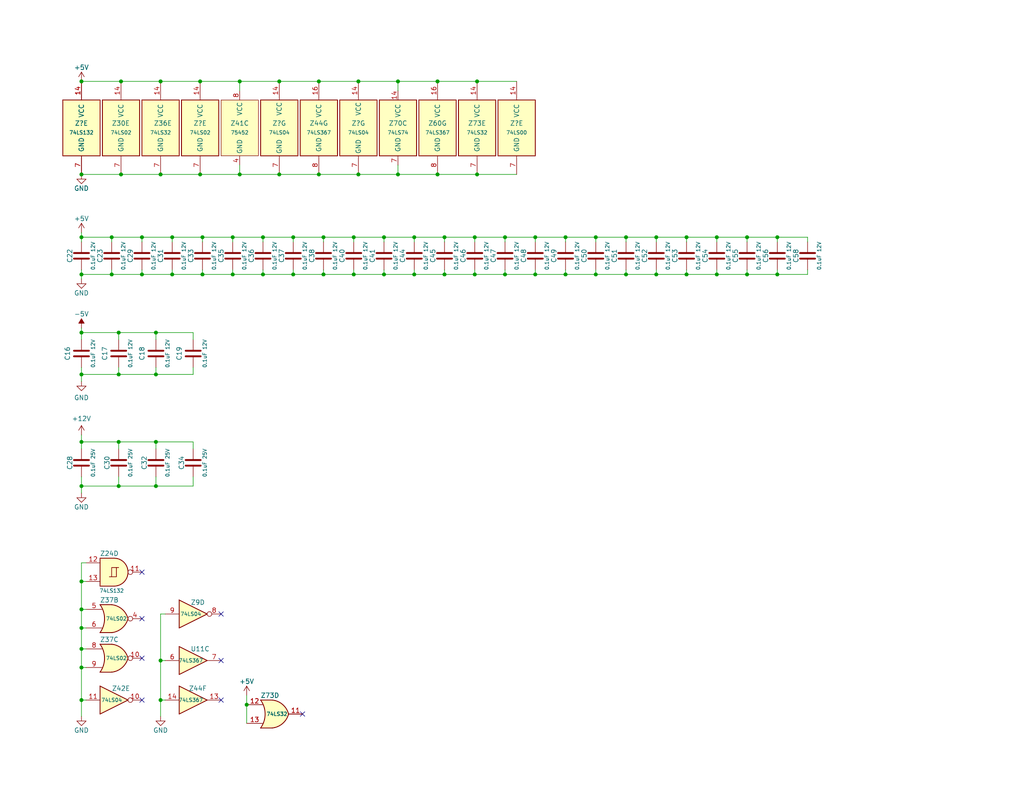
<source format=kicad_sch>
(kicad_sch (version 20230121) (generator eeschema)
  (paper "USLetter")
  (title_block (title "TRS-80 Model I G") (date "2023-10-24") (rev "E1B") (company "RetroStack - Marcel Erz") (comment 2 "Main Units, Capacitors, and unused units") (comment 4 "Capacitors & Others"))
  (lib_symbols
    (symbol "74xx:74LS00" (pin_names (offset 1.016))
      (property "Reference" "U" (at 0 1.27 0))
      (property "Value" "74LS00" (at 0 -1.27 0))
      (symbol "74LS00_1_1"
        (pin input line (at -7.62 2.54 0) (length 3.81) (name "~") (number "1"))
        (pin input line (at -7.62 -2.54 0) (length 3.81) (name "~") (number "2"))
        (pin output inverted (at 7.62 0 180) (length 3.81) (name "~") (number "3"))
      )
      (symbol "74LS00_1_2"
        (pin input inverted (at -7.62 2.54 0) (length 4.318) (name "~") (number "1"))
        (pin input inverted (at -7.62 -2.54 0) (length 4.318) (name "~") (number "2"))
        (pin output line (at 7.62 0 180) (length 3.81) (name "~") (number "3"))
      )
      (symbol "74LS00_2_1"
        (pin input line (at -7.62 2.54 0) (length 3.81) (name "~") (number "4"))
        (pin input line (at -7.62 -2.54 0) (length 3.81) (name "~") (number "5"))
        (pin output inverted (at 7.62 0 180) (length 3.81) (name "~") (number "6"))
      )
      (symbol "74LS00_2_2"
        (pin input inverted (at -7.62 2.54 0) (length 4.318) (name "~") (number "4"))
        (pin input inverted (at -7.62 -2.54 0) (length 4.318) (name "~") (number "5"))
        (pin output line (at 7.62 0 180) (length 3.81) (name "~") (number "6"))
      )
      (symbol "74LS00_3_1"
        (pin input line (at -7.62 -2.54 0) (length 3.81) (name "~") (number "10"))
        (pin output inverted (at 7.62 0 180) (length 3.81) (name "~") (number "8"))
        (pin input line (at -7.62 2.54 0) (length 3.81) (name "~") (number "9"))
      )
      (symbol "74LS00_3_2"
        (pin input inverted (at -7.62 -2.54 0) (length 4.318) (name "~") (number "10"))
        (pin output line (at 7.62 0 180) (length 3.81) (name "~") (number "8"))
        (pin input inverted (at -7.62 2.54 0) (length 4.318) (name "~") (number "9"))
      )
      (symbol "74LS00_4_1"
        (pin output inverted (at 7.62 0 180) (length 3.81) (name "~") (number "11"))
        (pin input line (at -7.62 2.54 0) (length 3.81) (name "~") (number "12"))
        (pin input line (at -7.62 -2.54 0) (length 3.81) (name "~") (number "13"))
      )
      (symbol "74LS00_4_2"
        (pin output line (at 7.62 0 180) (length 3.81) (name "~") (number "11"))
        (pin input inverted (at -7.62 2.54 0) (length 4.318) (name "~") (number "12"))
        (pin input inverted (at -7.62 -2.54 0) (length 4.318) (name "~") (number "13"))
      )
      (symbol "74LS00_5_0"
        (pin power_in line (at 0 12.7 270) (length 5.08) (name "VCC") (number "14"))
        (pin power_in line (at 0 -12.7 90) (length 5.08) (name "GND") (number "7"))
      )
    )
    (symbol "74xx:74LS02" (pin_names (offset 1.016))
      (property "Reference" "U" (at 0 1.27 0))
      (property "Value" "74LS02" (at 0 -1.27 0))
      (symbol "74LS02_1_1"
        (pin output inverted (at 7.62 0 180) (length 3.81) (name "~") (number "1"))
        (pin input line (at -7.62 2.54 0) (length 4.318) (name "~") (number "2"))
        (pin input line (at -7.62 -2.54 0) (length 4.318) (name "~") (number "3"))
      )
      (symbol "74LS02_1_2"
        (pin output line (at 7.62 0 180) (length 3.81) (name "~") (number "1"))
        (pin input inverted (at -7.62 2.54 0) (length 3.81) (name "~") (number "2"))
        (pin input inverted (at -7.62 -2.54 0) (length 3.81) (name "~") (number "3"))
      )
      (symbol "74LS02_2_1"
        (pin output inverted (at 7.62 0 180) (length 3.81) (name "~") (number "4"))
        (pin input line (at -7.62 2.54 0) (length 4.318) (name "~") (number "5"))
        (pin input line (at -7.62 -2.54 0) (length 4.318) (name "~") (number "6"))
      )
      (symbol "74LS02_2_2"
        (pin output line (at 7.62 0 180) (length 3.81) (name "~") (number "4"))
        (pin input inverted (at -7.62 2.54 0) (length 3.81) (name "~") (number "5"))
        (pin input inverted (at -7.62 -2.54 0) (length 3.81) (name "~") (number "6"))
      )
      (symbol "74LS02_3_1"
        (pin output inverted (at 7.62 0 180) (length 3.81) (name "~") (number "10"))
        (pin input line (at -7.62 2.54 0) (length 4.318) (name "~") (number "8"))
        (pin input line (at -7.62 -2.54 0) (length 4.318) (name "~") (number "9"))
      )
      (symbol "74LS02_3_2"
        (pin output line (at 7.62 0 180) (length 3.81) (name "~") (number "10"))
        (pin input inverted (at -7.62 2.54 0) (length 3.81) (name "~") (number "8"))
        (pin input inverted (at -7.62 -2.54 0) (length 3.81) (name "~") (number "9"))
      )
      (symbol "74LS02_4_1"
        (pin input line (at -7.62 2.54 0) (length 4.318) (name "~") (number "11"))
        (pin input line (at -7.62 -2.54 0) (length 4.318) (name "~") (number "12"))
        (pin output inverted (at 7.62 0 180) (length 3.81) (name "~") (number "13"))
      )
      (symbol "74LS02_4_2"
        (pin input inverted (at -7.62 2.54 0) (length 3.81) (name "~") (number "11"))
        (pin input inverted (at -7.62 -2.54 0) (length 3.81) (name "~") (number "12"))
        (pin output line (at 7.62 0 180) (length 3.81) (name "~") (number "13"))
      )
      (symbol "74LS02_5_0"
        (pin power_in line (at 0 12.7 270) (length 5.08) (name "VCC") (number "14"))
        (pin power_in line (at 0 -12.7 90) (length 5.08) (name "GND") (number "7"))
      )
    )
    (symbol "74xx:74LS04"
      (property "Reference" "U" (at 0 1.27 0))
      (property "Value" "74LS04" (at 0 -1.27 0))
      (symbol "74LS04_1_0"
        (pin input line (at -7.62 0 0) (length 3.81) (name "~") (number "1"))
        (pin output inverted (at 7.62 0 180) (length 3.81) (name "~") (number "2"))
      )
      (symbol "74LS04_2_0"
        (pin input line (at -7.62 0 0) (length 3.81) (name "~") (number "3"))
        (pin output inverted (at 7.62 0 180) (length 3.81) (name "~") (number "4"))
      )
      (symbol "74LS04_3_0"
        (pin input line (at -7.62 0 0) (length 3.81) (name "~") (number "5"))
        (pin output inverted (at 7.62 0 180) (length 3.81) (name "~") (number "6"))
      )
      (symbol "74LS04_4_0"
        (pin output inverted (at 7.62 0 180) (length 3.81) (name "~") (number "8"))
        (pin input line (at -7.62 0 0) (length 3.81) (name "~") (number "9"))
      )
      (symbol "74LS04_5_0"
        (pin output inverted (at 7.62 0 180) (length 3.81) (name "~") (number "10"))
        (pin input line (at -7.62 0 0) (length 3.81) (name "~") (number "11"))
      )
      (symbol "74LS04_6_0"
        (pin output inverted (at 7.62 0 180) (length 3.81) (name "~") (number "12"))
        (pin input line (at -7.62 0 0) (length 3.81) (name "~") (number "13"))
      )
      (symbol "74LS04_7_0"
        (pin power_in line (at 0 12.7 270) (length 5.08) (name "VCC") (number "14"))
        (pin power_in line (at 0 -12.7 90) (length 5.08) (name "GND") (number "7"))
      )
    )
    (symbol "74xx:74LS132" (pin_names (offset 1.016))
      (property "Reference" "U" (at 0 1.27 0))
      (property "Value" "74LS132" (at 0 -1.27 0))
      (symbol "74LS132_1_1"
        (pin input line (at -7.62 2.54 0) (length 3.81) (name "~") (number "1"))
        (pin input line (at -7.62 -2.54 0) (length 3.81) (name "~") (number "2"))
        (pin output inverted (at 7.62 0 180) (length 3.81) (name "~") (number "3"))
      )
      (symbol "74LS132_1_2"
        (pin input inverted (at -7.62 2.54 0) (length 4.318) (name "~") (number "1"))
        (pin input inverted (at -7.62 -2.54 0) (length 4.318) (name "~") (number "2"))
        (pin output line (at 7.62 0 180) (length 3.81) (name "~") (number "3"))
      )
      (symbol "74LS132_2_1"
        (pin input line (at -7.62 2.54 0) (length 3.81) (name "~") (number "4"))
        (pin input line (at -7.62 -2.54 0) (length 3.81) (name "~") (number "5"))
        (pin output inverted (at 7.62 0 180) (length 3.81) (name "~") (number "6"))
      )
      (symbol "74LS132_2_2"
        (pin input inverted (at -7.62 2.54 0) (length 4.318) (name "~") (number "4"))
        (pin input inverted (at -7.62 -2.54 0) (length 4.318) (name "~") (number "5"))
        (pin output line (at 7.62 0 180) (length 3.81) (name "~") (number "6"))
      )
      (symbol "74LS132_3_1"
        (pin input line (at -7.62 -2.54 0) (length 3.81) (name "~") (number "10"))
        (pin output inverted (at 7.62 0 180) (length 3.81) (name "~") (number "8"))
        (pin input line (at -7.62 2.54 0) (length 3.81) (name "~") (number "9"))
      )
      (symbol "74LS132_3_2"
        (pin input inverted (at -7.62 -2.54 0) (length 4.318) (name "~") (number "10"))
        (pin output line (at 7.62 0 180) (length 3.81) (name "~") (number "8"))
        (pin input inverted (at -7.62 2.54 0) (length 4.318) (name "~") (number "9"))
      )
      (symbol "74LS132_4_1"
        (pin output inverted (at 7.62 0 180) (length 3.81) (name "~") (number "11"))
        (pin input line (at -7.62 2.54 0) (length 3.81) (name "~") (number "12"))
        (pin input line (at -7.62 -2.54 0) (length 3.81) (name "~") (number "13"))
      )
      (symbol "74LS132_4_2"
        (pin output line (at 7.62 0 180) (length 3.81) (name "~") (number "11"))
        (pin input inverted (at -7.62 2.54 0) (length 4.318) (name "~") (number "12"))
        (pin input inverted (at -7.62 -2.54 0) (length 4.318) (name "~") (number "13"))
      )
      (symbol "74LS132_5_0"
        (pin power_in line (at 0 12.7 270) (length 5.08) (name "VCC") (number "14"))
        (pin power_in line (at 0 -12.7 90) (length 5.08) (name "GND") (number "7"))
      )
    )
    (symbol "74xx:74LS32" (pin_names (offset 1.016))
      (property "Reference" "U" (at 0 1.27 0))
      (property "Value" "74LS32" (at 0 -1.27 0))
      (symbol "74LS32_1_1"
        (pin input line (at -7.62 2.54 0) (length 4.318) (name "~") (number "1"))
        (pin input line (at -7.62 -2.54 0) (length 4.318) (name "~") (number "2"))
        (pin output line (at 7.62 0 180) (length 3.81) (name "~") (number "3"))
      )
      (symbol "74LS32_1_2"
        (pin input inverted (at -7.62 2.54 0) (length 3.81) (name "~") (number "1"))
        (pin input inverted (at -7.62 -2.54 0) (length 3.81) (name "~") (number "2"))
        (pin output inverted (at 7.62 0 180) (length 3.81) (name "~") (number "3"))
      )
      (symbol "74LS32_2_1"
        (pin input line (at -7.62 2.54 0) (length 4.318) (name "~") (number "4"))
        (pin input line (at -7.62 -2.54 0) (length 4.318) (name "~") (number "5"))
        (pin output line (at 7.62 0 180) (length 3.81) (name "~") (number "6"))
      )
      (symbol "74LS32_2_2"
        (pin input inverted (at -7.62 2.54 0) (length 3.81) (name "~") (number "4"))
        (pin input inverted (at -7.62 -2.54 0) (length 3.81) (name "~") (number "5"))
        (pin output inverted (at 7.62 0 180) (length 3.81) (name "~") (number "6"))
      )
      (symbol "74LS32_3_1"
        (pin input line (at -7.62 -2.54 0) (length 4.318) (name "~") (number "10"))
        (pin output line (at 7.62 0 180) (length 3.81) (name "~") (number "8"))
        (pin input line (at -7.62 2.54 0) (length 4.318) (name "~") (number "9"))
      )
      (symbol "74LS32_3_2"
        (pin input inverted (at -7.62 -2.54 0) (length 3.81) (name "~") (number "10"))
        (pin output inverted (at 7.62 0 180) (length 3.81) (name "~") (number "8"))
        (pin input inverted (at -7.62 2.54 0) (length 3.81) (name "~") (number "9"))
      )
      (symbol "74LS32_4_1"
        (pin output line (at 7.62 0 180) (length 3.81) (name "~") (number "11"))
        (pin input line (at -7.62 2.54 0) (length 4.318) (name "~") (number "12"))
        (pin input line (at -7.62 -2.54 0) (length 4.318) (name "~") (number "13"))
      )
      (symbol "74LS32_4_2"
        (pin output inverted (at 7.62 0 180) (length 3.81) (name "~") (number "11"))
        (pin input inverted (at -7.62 2.54 0) (length 3.81) (name "~") (number "12"))
        (pin input inverted (at -7.62 -2.54 0) (length 3.81) (name "~") (number "13"))
      )
      (symbol "74LS32_5_0"
        (pin power_in line (at 0 12.7 270) (length 5.08) (name "VCC") (number "14"))
        (pin power_in line (at 0 -12.7 90) (length 5.08) (name "GND") (number "7"))
      )
    )
    (symbol "74xx:74LS74" (pin_names (offset 1.016))
      (property "Reference" "U" (at -7.62 8.89 0))
      (property "Value" "74LS74" (at -7.62 -8.89 0))
      (symbol "74LS74_1_0"
        (pin input line (at 0 -7.62 90) (length 2.54) (name "~{R}") (number "1"))
        (pin input line (at -7.62 2.54 0) (length 2.54) (name "D") (number "2"))
        (pin input clock (at -7.62 0 0) (length 2.54) (name "C") (number "3"))
        (pin input line (at 0 7.62 270) (length 2.54) (name "~{S}") (number "4"))
        (pin output line (at 7.62 2.54 180) (length 2.54) (name "Q") (number "5"))
        (pin output line (at 7.62 -2.54 180) (length 2.54) (name "~{Q}") (number "6"))
      )
      (symbol "74LS74_2_0"
        (pin input line (at 0 7.62 270) (length 2.54) (name "~{S}") (number "10"))
        (pin input clock (at -7.62 0 0) (length 2.54) (name "C") (number "11"))
        (pin input line (at -7.62 2.54 0) (length 2.54) (name "D") (number "12"))
        (pin input line (at 0 -7.62 90) (length 2.54) (name "~{R}") (number "13"))
        (pin output line (at 7.62 -2.54 180) (length 2.54) (name "~{Q}") (number "8"))
        (pin output line (at 7.62 2.54 180) (length 2.54) (name "Q") (number "9"))
      )
      (symbol "74LS74_3_0"
        (pin power_in line (at 0 10.16 270) (length 2.54) (name "VCC") (number "14"))
        (pin power_in line (at 0 -10.16 90) (length 2.54) (name "GND") (number "7"))
      )
    )
    (symbol "Device:C" (pin_numbers hide) (pin_names (offset 0.254))
      (property "Reference" "C" (at 0.635 2.54 0))
      (property "Value" "C" (at 0.635 -2.54 0))
      (symbol "C_1_1"
        (pin passive line (at 0 3.81 270) (length 2.794) (name "~") (number "1"))
        (pin passive line (at 0 -3.81 90) (length 2.794) (name "~") (number "2"))
      )
    )
    (symbol "RetroStackLibrary:74LS367_Split" (pin_names (offset 1.016))
      (property "Reference" "U" (at 0 1.27 0))
      (property "Value" "74LS367" (at 0 -1.27 0))
      (symbol "74LS367_Split_1_0"
        (pin input inverted (at 0 6.35 270) (length 4.445) (name "~") (number "1"))
        (pin input line (at -7.62 0 0) (length 3.81) (name "~") (number "2"))
        (pin tri_state line (at 7.62 0 180) (length 3.81) (name "~") (number "3"))
      )
      (symbol "74LS367_Split_2_0"
        (pin input line (at -7.62 0 0) (length 3.81) (name "~") (number "4"))
        (pin tri_state line (at 7.62 0 180) (length 3.81) (name "~") (number "5"))
      )
      (symbol "74LS367_Split_3_0"
        (pin input line (at -7.62 0 0) (length 3.81) (name "~") (number "6"))
        (pin tri_state line (at 7.62 0 180) (length 3.81) (name "~") (number "7"))
      )
      (symbol "74LS367_Split_4_0"
        (pin input line (at -7.62 0 0) (length 3.81) (name "~") (number "10"))
        (pin tri_state line (at 7.62 0 180) (length 3.81) (name "~") (number "9"))
      )
      (symbol "74LS367_Split_5_0"
        (pin tri_state line (at 8.255 -6.35 180) (length 3.81) (name "~") (number "11"))
        (pin input line (at -6.985 -6.35 0) (length 3.81) (name "~") (number "12"))
        (pin input inverted (at 0.635 0 270) (length 4.445) (name "~") (number "15"))
      )
      (symbol "74LS367_Split_6_0"
        (pin tri_state line (at 7.62 0 180) (length 3.81) (name "~") (number "13"))
        (pin input line (at -7.62 0 0) (length 3.81) (name "~") (number "14"))
      )
      (symbol "74LS367_Split_7_0"
        (pin power_in line (at 0 1.905 270) (length 5.08) (name "VCC") (number "16"))
        (pin power_in line (at 0 -23.495 90) (length 5.08) (name "GND") (number "8"))
      )
    )
    (symbol "RetroStackLibrary:75452"
      (property "Reference" "U" (at 0 0 0))
      (property "Value" "75452" (at 0 -2.54 0))
      (symbol "75452_1_1"
        (pin input line (at -9.525 -5.08 0) (length 2.54) (name "1A") (number "1"))
        (pin input line (at -9.525 -7.62 0) (length 2.54) (name "1B") (number "2"))
        (pin passive line (at 5.08 1.27 270) (length 2.54) (name "1Y") (number "3"))
      )
      (symbol "75452_2_1"
        (pin passive line (at 5.08 1.27 270) (length 2.54) (name "2Y") (number "5"))
        (pin input line (at -9.525 -5.08 0) (length 2.54) (name "2A") (number "6"))
        (pin input line (at -9.525 -7.62 0) (length 2.54) (name "2B") (number "7"))
      )
      (symbol "75452_3_1"
        (pin passive line (at -1.905 -19.05 90) (length 2.54) (name "GND") (number "4"))
        (pin passive line (at -1.905 1.27 270) (length 2.54) (name "VCC") (number "8"))
      )
    )
    (symbol "power:+12V" (power) (pin_names (offset 0))
      (property "Value" "+12V" (at 0 3.556 0))
      (symbol "+12V_1_1"
        (pin power_in line (at 0 0 90) (length 0) hide (name "+12V") (number "1"))
      )
    )
    (symbol "power:+5V" (power) (pin_names (offset 0))
      (property "Value" "+5V" (at 0 3.556 0))
      (symbol "+5V_1_1"
        (pin power_in line (at 0 0 90) (length 0) hide (name "+5V") (number "1"))
      )
    )
    (symbol "power:-5V" (power) (pin_names (offset 0))
      (property "Value" "-5V" (at 0 3.81 0))
      (symbol "-5V_0_0"
        (pin power_in line (at 0 0 90) (length 0) hide (name "-5V") (number "1"))
      )
    )
    (symbol "power:GND" (power) (pin_names (offset 0))
      (property "Value" "GND" (at 0 -3.81 0))
      (symbol "GND_1_1"
        (pin power_in line (at 0 0 270) (length 0) hide (name "GND") (number "1"))
      )
    )
  )
  (junction (at 212.09 74.93))
  (junction (at 113.03 64.77))
  (junction (at 130.175 22.225))
  (junction (at 63.5 74.93))
  (junction (at 137.795 74.93))
  (junction (at 43.815 22.225))
  (junction (at 179.07 74.93))
  (junction (at 119.38 47.625))
  (junction (at 212.09 64.77))
  (junction (at 63.5 64.77))
  (junction (at 42.545 132.715))
  (junction (at 179.07 64.77))
  (junction (at 46.99 64.77))
  (junction (at 88.265 74.93))
  (junction (at 113.03 74.93))
  (junction (at 129.54 74.93))
  (junction (at 30.48 74.93))
  (junction (at 71.755 64.77))
  (junction (at 22.225 182.245))
  (junction (at 96.52 74.93))
  (junction (at 146.05 64.77))
  (junction (at 22.225 102.235))
  (junction (at 43.815 180.34))
  (junction (at 170.815 64.77))
  (junction (at 170.815 74.93))
  (junction (at 43.815 47.625))
  (junction (at 54.61 47.625))
  (junction (at 154.305 74.93))
  (junction (at 195.58 64.77))
  (junction (at 162.56 74.93))
  (junction (at 22.225 171.45))
  (junction (at 86.995 22.225))
  (junction (at 96.52 64.77))
  (junction (at 162.56 64.77))
  (junction (at 22.225 120.65))
  (junction (at 42.545 102.235))
  (junction (at 32.385 90.805))
  (junction (at 130.175 47.625))
  (junction (at 42.545 120.65))
  (junction (at 104.775 74.93))
  (junction (at 76.2 47.625))
  (junction (at 30.48 64.77))
  (junction (at 43.815 191.135))
  (junction (at 46.99 74.93))
  (junction (at 129.54 64.77))
  (junction (at 22.225 177.165))
  (junction (at 97.79 47.625))
  (junction (at 65.405 47.625))
  (junction (at 121.285 64.77))
  (junction (at 32.385 132.715))
  (junction (at 22.225 166.37))
  (junction (at 97.79 22.225))
  (junction (at 108.585 22.225))
  (junction (at 154.305 64.77))
  (junction (at 54.61 22.225))
  (junction (at 22.225 74.93))
  (junction (at 33.02 22.225))
  (junction (at 65.405 22.225))
  (junction (at 67.31 192.405))
  (junction (at 38.735 64.77))
  (junction (at 38.735 74.93))
  (junction (at 121.285 74.93))
  (junction (at 187.325 74.93))
  (junction (at 22.225 132.715))
  (junction (at 203.835 74.93))
  (junction (at 55.245 74.93))
  (junction (at 195.58 74.93))
  (junction (at 33.02 47.625))
  (junction (at 108.585 47.625))
  (junction (at 32.385 102.235))
  (junction (at 42.545 90.805))
  (junction (at 187.325 64.77))
  (junction (at 146.05 74.93))
  (junction (at 76.2 22.225))
  (junction (at 104.775 64.77))
  (junction (at 22.225 90.805))
  (junction (at 22.225 64.77))
  (junction (at 203.835 64.77))
  (junction (at 71.755 74.93))
  (junction (at 32.385 120.65))
  (junction (at 137.795 64.77))
  (junction (at 22.225 158.75))
  (junction (at 22.225 22.225))
  (junction (at 119.38 22.225))
  (junction (at 80.01 74.93))
  (junction (at 22.225 47.625))
  (junction (at 86.995 47.625))
  (junction (at 88.265 64.77))
  (junction (at 80.01 64.77))
  (junction (at 22.225 191.135))
  (junction (at 55.245 64.77))
  (no_connect (at 38.735 191.135))
  (no_connect (at 38.735 156.21))
  (no_connect (at 60.325 180.34))
  (no_connect (at 82.55 194.945))
  (no_connect (at 60.325 167.64))
  (no_connect (at 38.735 179.705))
  (no_connect (at 60.325 191.135))
  (no_connect (at 38.735 168.91))
  (wire (pts (xy 154.305 74.93) (xy 162.56 74.93)))
  (wire (pts (xy 154.305 64.77) (xy 154.305 66.04)))
  (wire (pts (xy 32.385 92.71) (xy 32.385 90.805)))
  (wire (pts (xy 137.795 74.93) (xy 137.795 73.66)))
  (wire (pts (xy 22.225 76.2) (xy 22.225 74.93)))
  (wire (pts (xy 108.585 24.765) (xy 108.585 22.225)))
  (wire (pts (xy 67.31 189.865) (xy 67.31 192.405)))
  (wire (pts (xy 22.225 120.65) (xy 22.225 122.555)))
  (wire (pts (xy 43.815 180.34) (xy 45.085 180.34)))
  (wire (pts (xy 179.07 74.93) (xy 187.325 74.93)))
  (wire (pts (xy 71.755 74.93) (xy 80.01 74.93)))
  (wire (pts (xy 30.48 74.93) (xy 30.48 73.66)))
  (wire (pts (xy 55.245 64.77) (xy 63.5 64.77)))
  (wire (pts (xy 67.31 192.405) (xy 67.31 197.485)))
  (wire (pts (xy 65.405 22.225) (xy 54.61 22.225)))
  (wire (pts (xy 88.265 64.77) (xy 96.52 64.77)))
  (wire (pts (xy 86.995 47.625) (xy 97.79 47.625)))
  (wire (pts (xy 195.58 74.93) (xy 195.58 73.66)))
  (wire (pts (xy 43.815 47.625) (xy 54.61 47.625)))
  (wire (pts (xy 203.835 64.77) (xy 203.835 66.04)))
  (wire (pts (xy 104.775 74.93) (xy 104.775 73.66)))
  (wire (pts (xy 113.03 64.77) (xy 121.285 64.77)))
  (wire (pts (xy 55.245 74.93) (xy 55.245 73.66)))
  (wire (pts (xy 96.52 64.77) (xy 104.775 64.77)))
  (wire (pts (xy 130.175 22.225) (xy 140.97 22.225)))
  (wire (pts (xy 220.345 74.93) (xy 212.09 74.93)))
  (wire (pts (xy 42.545 120.65) (xy 42.545 122.555)))
  (wire (pts (xy 195.58 64.77) (xy 203.835 64.77)))
  (wire (pts (xy 146.05 74.93) (xy 146.05 73.66)))
  (wire (pts (xy 137.795 74.93) (xy 146.05 74.93)))
  (wire (pts (xy 38.735 74.93) (xy 46.99 74.93)))
  (wire (pts (xy 76.2 22.225) (xy 86.995 22.225)))
  (wire (pts (xy 22.225 118.745) (xy 22.225 120.65)))
  (wire (pts (xy 146.05 64.77) (xy 146.05 66.04)))
  (wire (pts (xy 32.385 120.65) (xy 22.225 120.65)))
  (wire (pts (xy 80.01 64.77) (xy 88.265 64.77)))
  (wire (pts (xy 46.99 64.77) (xy 46.99 66.04)))
  (wire (pts (xy 30.48 74.93) (xy 38.735 74.93)))
  (wire (pts (xy 113.03 64.77) (xy 113.03 66.04)))
  (wire (pts (xy 52.705 130.175) (xy 52.705 132.715)))
  (wire (pts (xy 43.815 22.225) (xy 54.61 22.225)))
  (wire (pts (xy 38.735 74.93) (xy 38.735 73.66)))
  (wire (pts (xy 42.545 100.33) (xy 42.545 102.235)))
  (wire (pts (xy 43.815 191.135) (xy 45.085 191.135)))
  (wire (pts (xy 65.405 24.765) (xy 65.405 22.225)))
  (wire (pts (xy 170.815 74.93) (xy 170.815 73.66)))
  (wire (pts (xy 113.03 74.93) (xy 121.285 74.93)))
  (wire (pts (xy 32.385 130.175) (xy 32.385 132.715)))
  (wire (pts (xy 33.02 47.625) (xy 43.815 47.625)))
  (wire (pts (xy 179.07 64.77) (xy 187.325 64.77)))
  (wire (pts (xy 220.345 73.66) (xy 220.345 74.93)))
  (wire (pts (xy 32.385 102.235) (xy 22.225 102.235)))
  (wire (pts (xy 65.405 22.225) (xy 76.2 22.225)))
  (wire (pts (xy 42.545 92.71) (xy 42.545 90.805)))
  (wire (pts (xy 22.225 158.75) (xy 23.495 158.75)))
  (wire (pts (xy 23.495 191.135) (xy 22.225 191.135)))
  (wire (pts (xy 63.5 74.93) (xy 63.5 73.66)))
  (wire (pts (xy 203.835 64.77) (xy 212.09 64.77)))
  (wire (pts (xy 137.795 64.77) (xy 146.05 64.77)))
  (wire (pts (xy 42.545 102.235) (xy 32.385 102.235)))
  (wire (pts (xy 23.495 153.67) (xy 22.225 153.67)))
  (wire (pts (xy 121.285 74.93) (xy 129.54 74.93)))
  (wire (pts (xy 121.285 64.77) (xy 121.285 66.04)))
  (wire (pts (xy 33.02 22.225) (xy 43.815 22.225)))
  (wire (pts (xy 146.05 74.93) (xy 154.305 74.93)))
  (wire (pts (xy 52.705 132.715) (xy 42.545 132.715)))
  (wire (pts (xy 203.835 74.93) (xy 203.835 73.66)))
  (wire (pts (xy 88.265 74.93) (xy 96.52 74.93)))
  (wire (pts (xy 22.225 177.165) (xy 23.495 177.165)))
  (wire (pts (xy 63.5 64.77) (xy 71.755 64.77)))
  (wire (pts (xy 52.705 92.71) (xy 52.705 90.805)))
  (wire (pts (xy 108.585 47.625) (xy 97.79 47.625)))
  (wire (pts (xy 80.01 74.93) (xy 88.265 74.93)))
  (wire (pts (xy 119.38 22.225) (xy 130.175 22.225)))
  (wire (pts (xy 195.58 74.93) (xy 203.835 74.93)))
  (wire (pts (xy 46.99 74.93) (xy 46.99 73.66)))
  (wire (pts (xy 121.285 74.93) (xy 121.285 73.66)))
  (wire (pts (xy 71.755 74.93) (xy 71.755 73.66)))
  (wire (pts (xy 108.585 22.225) (xy 119.38 22.225)))
  (wire (pts (xy 22.225 63.5) (xy 22.225 64.77)))
  (wire (pts (xy 170.815 64.77) (xy 170.815 66.04)))
  (wire (pts (xy 80.01 64.77) (xy 80.01 66.04)))
  (wire (pts (xy 22.225 191.135) (xy 22.225 195.58)))
  (wire (pts (xy 212.09 64.77) (xy 212.09 66.04)))
  (wire (pts (xy 146.05 64.77) (xy 154.305 64.77)))
  (wire (pts (xy 220.345 64.77) (xy 212.09 64.77)))
  (wire (pts (xy 187.325 74.93) (xy 195.58 74.93)))
  (wire (pts (xy 22.225 90.805) (xy 22.225 92.71)))
  (wire (pts (xy 42.545 132.715) (xy 32.385 132.715)))
  (wire (pts (xy 195.58 64.77) (xy 195.58 66.04)))
  (wire (pts (xy 104.775 74.93) (xy 113.03 74.93)))
  (wire (pts (xy 86.995 22.225) (xy 97.79 22.225)))
  (wire (pts (xy 22.225 64.77) (xy 30.48 64.77)))
  (wire (pts (xy 76.2 47.625) (xy 86.995 47.625)))
  (wire (pts (xy 162.56 74.93) (xy 170.815 74.93)))
  (wire (pts (xy 179.07 64.77) (xy 179.07 66.04)))
  (wire (pts (xy 130.175 47.625) (xy 140.97 47.625)))
  (wire (pts (xy 187.325 74.93) (xy 187.325 73.66)))
  (wire (pts (xy 71.755 64.77) (xy 80.01 64.77)))
  (wire (pts (xy 43.815 167.64) (xy 43.815 180.34)))
  (wire (pts (xy 32.385 132.715) (xy 22.225 132.715)))
  (wire (pts (xy 22.225 177.165) (xy 22.225 182.245)))
  (wire (pts (xy 22.225 22.225) (xy 33.02 22.225)))
  (wire (pts (xy 203.835 74.93) (xy 212.09 74.93)))
  (wire (pts (xy 22.225 64.77) (xy 22.225 66.04)))
  (wire (pts (xy 129.54 64.77) (xy 129.54 66.04)))
  (wire (pts (xy 42.545 90.805) (xy 32.385 90.805)))
  (wire (pts (xy 65.405 45.085) (xy 65.405 47.625)))
  (wire (pts (xy 129.54 74.93) (xy 137.795 74.93)))
  (wire (pts (xy 22.225 74.93) (xy 22.225 73.66)))
  (wire (pts (xy 43.815 180.34) (xy 43.815 191.135)))
  (wire (pts (xy 22.225 102.235) (xy 22.225 104.14)))
  (wire (pts (xy 121.285 64.77) (xy 129.54 64.77)))
  (wire (pts (xy 22.225 182.245) (xy 23.495 182.245)))
  (wire (pts (xy 43.815 191.135) (xy 43.815 195.58)))
  (wire (pts (xy 46.99 74.93) (xy 55.245 74.93)))
  (wire (pts (xy 22.225 153.67) (xy 22.225 158.75)))
  (wire (pts (xy 32.385 90.805) (xy 22.225 90.805)))
  (wire (pts (xy 96.52 64.77) (xy 96.52 66.04)))
  (wire (pts (xy 63.5 74.93) (xy 71.755 74.93)))
  (wire (pts (xy 32.385 120.65) (xy 32.385 122.555)))
  (wire (pts (xy 22.225 166.37) (xy 22.225 171.45)))
  (wire (pts (xy 45.085 167.64) (xy 43.815 167.64)))
  (wire (pts (xy 162.56 64.77) (xy 170.815 64.77)))
  (wire (pts (xy 129.54 64.77) (xy 137.795 64.77)))
  (wire (pts (xy 104.775 64.77) (xy 104.775 66.04)))
  (wire (pts (xy 170.815 74.93) (xy 179.07 74.93)))
  (wire (pts (xy 52.705 120.65) (xy 42.545 120.65)))
  (wire (pts (xy 52.705 122.555) (xy 52.705 120.65)))
  (wire (pts (xy 170.815 64.77) (xy 179.07 64.77)))
  (wire (pts (xy 22.225 74.93) (xy 30.48 74.93)))
  (wire (pts (xy 38.735 64.77) (xy 46.99 64.77)))
  (wire (pts (xy 22.225 89.535) (xy 22.225 90.805)))
  (wire (pts (xy 154.305 64.77) (xy 162.56 64.77)))
  (wire (pts (xy 42.545 120.65) (xy 32.385 120.65)))
  (wire (pts (xy 65.405 47.625) (xy 76.2 47.625)))
  (wire (pts (xy 96.52 74.93) (xy 96.52 73.66)))
  (wire (pts (xy 30.48 64.77) (xy 38.735 64.77)))
  (wire (pts (xy 30.48 64.77) (xy 30.48 66.04)))
  (wire (pts (xy 71.755 64.77) (xy 71.755 66.04)))
  (wire (pts (xy 154.305 74.93) (xy 154.305 73.66)))
  (wire (pts (xy 96.52 74.93) (xy 104.775 74.93)))
  (wire (pts (xy 162.56 64.77) (xy 162.56 66.04)))
  (wire (pts (xy 88.265 74.93) (xy 88.265 73.66)))
  (wire (pts (xy 42.545 130.175) (xy 42.545 132.715)))
  (wire (pts (xy 119.38 47.625) (xy 130.175 47.625)))
  (wire (pts (xy 22.225 166.37) (xy 23.495 166.37)))
  (wire (pts (xy 22.225 100.33) (xy 22.225 102.235)))
  (wire (pts (xy 179.07 74.93) (xy 179.07 73.66)))
  (wire (pts (xy 104.775 64.77) (xy 113.03 64.77)))
  (wire (pts (xy 22.225 132.715) (xy 22.225 134.62)))
  (wire (pts (xy 52.705 102.235) (xy 42.545 102.235)))
  (wire (pts (xy 220.345 66.04) (xy 220.345 64.77)))
  (wire (pts (xy 187.325 64.77) (xy 195.58 64.77)))
  (wire (pts (xy 108.585 45.085) (xy 108.585 47.625)))
  (wire (pts (xy 22.225 47.625) (xy 33.02 47.625)))
  (wire (pts (xy 55.245 74.93) (xy 63.5 74.93)))
  (wire (pts (xy 38.735 64.77) (xy 38.735 66.04)))
  (wire (pts (xy 22.225 158.75) (xy 22.225 166.37)))
  (wire (pts (xy 22.225 171.45) (xy 22.225 177.165)))
  (wire (pts (xy 55.245 64.77) (xy 55.245 66.04)))
  (wire (pts (xy 22.225 130.175) (xy 22.225 132.715)))
  (wire (pts (xy 88.265 64.77) (xy 88.265 66.04)))
  (wire (pts (xy 46.99 64.77) (xy 55.245 64.77)))
  (wire (pts (xy 162.56 74.93) (xy 162.56 73.66)))
  (wire (pts (xy 108.585 47.625) (xy 119.38 47.625)))
  (wire (pts (xy 137.795 64.77) (xy 137.795 66.04)))
  (wire (pts (xy 63.5 64.77) (xy 63.5 66.04)))
  (wire (pts (xy 129.54 74.93) (xy 129.54 73.66)))
  (wire (pts (xy 212.09 74.93) (xy 212.09 73.66)))
  (wire (pts (xy 52.705 100.33) (xy 52.705 102.235)))
  (wire (pts (xy 113.03 74.93) (xy 113.03 73.66)))
  (wire (pts (xy 22.225 182.245) (xy 22.225 191.135)))
  (wire (pts (xy 108.585 22.225) (xy 97.79 22.225)))
  (wire (pts (xy 187.325 64.77) (xy 187.325 66.04)))
  (wire (pts (xy 52.705 90.805) (xy 42.545 90.805)))
  (wire (pts (xy 65.405 47.625) (xy 54.61 47.625)))
  (wire (pts (xy 22.225 171.45) (xy 23.495 171.45)))
  (wire (pts (xy 80.01 74.93) (xy 80.01 73.66)))
  (wire (pts (xy 32.385 100.33) (xy 32.385 102.235)))
  (symbol (lib_id "Device:C") (at 104.775 69.85 0) (unit 1)
    (property "Reference" "C41" (at 101.6 69.85 90))
    (property "Value" "0.1uF 12V" (at 107.95 69.85 90) (effects (font (size 1 1))))
    (property "Footprint" "RetroStackLibrary:TRS80_Model_I_C_Disc_9.5L_4W_6P_Small" (effects hide))
  )
  (symbol (lib_id "74xx:74LS04") (at 52.705 167.64 0) (unit 4)
    (property "Reference" "Z9" (at 53.975 164.465 0))
    (property "Value" "74LS04" (at 52.07 167.64 0) (effects (font (size 1 1))))
    (property "Footprint" "RetroStackLibrary:TRS80_Model_I_DIP14" (effects hide))
    (property "Datasheet" "http://www.ti.com/lit/gpn/sn74LS04" (effects hide))
    (instances (project "Replica" (path "" (reference "Z9") (unit 4))) (project "TRS80_Model_I_G_E1" (path "" (reference "Z15") (unit 4)) (path "" (reference "Z52") (unit 4))))
  )
  (symbol (lib_id "74xx:74LS02") (at 54.61 34.925 0) (unit 5)
    (property "Reference" "Z?" (at 54.61 33.655 0))
    (property "Value" "74LS02" (at 54.61 36.195 0) (effects (font (size 1 1))))
    (property "Footprint" "RetroStackLibrary:TRS80_Model_I_DIP14" (effects hide))
    (property "Datasheet" "http://www.ti.com/lit/gpn/sn74ls02" (effects hide))
    (instances (project "TRS80_Model_I_G_E1" (path "" (reference "Z?") (unit 5)) (path "" (reference "Z37") (unit 5))))
  )
  (symbol (lib_id "74xx:74LS04") (at 97.79 34.925 0) (unit 7)
    (property "Reference" "Z?" (at 97.79 33.655 0))
    (property "Value" "74LS04" (at 97.79 36.195 0) (effects (font (size 1 1))))
    (property "Footprint" "RetroStackLibrary:TRS80_Model_I_DIP14" (effects hide))
    (property "Datasheet" "http://www.ti.com/lit/gpn/sn74LS04" (effects hide))
    (instances (project "TRS80_Model_I_G_E1" (path "" (reference "Z?") (unit 7)) (path "" (reference "Z52") (unit 7))))
  )
  (symbol (lib_id "74xx:74LS00") (at 140.97 34.925 0) (unit 5)
    (property "Reference" "Z?" (at 140.97 33.655 0))
    (property "Value" "74LS00" (at 140.97 36.195 0) (effects (font (size 1 1))))
    (property "Footprint" "RetroStackLibrary:TRS80_Model_I_DIP14" (effects hide))
    (property "Datasheet" "http://www.ti.com/lit/gpn/sn74ls00" (effects hide))
    (instances (project "TRS80_Model_I_G_E1" (path "" (reference "Z?") (unit 5)) (path "" (reference "Z74") (unit 5))))
  )
  (symbol (lib_id "74xx:74LS04") (at 31.115 191.135 0) (unit 5)
    (property "Reference" "Z42" (at 33.02 187.96 0))
    (property "Value" "74LS04" (at 30.48 191.135 0) (effects (font (size 1 1))))
    (property "Footprint" "RetroStackLibrary:TRS80_Model_I_DIP14" (effects hide))
    (property "Datasheet" "http://www.ti.com/lit/gpn/sn74LS04" (effects hide))
    (instances (project "Replica" (path "" (reference "Z42") (unit 5))) (project "TRS80_Model_I_G_E1" (path "" (reference "Z3") (unit 5)) (path "" (reference "Z42") (unit 5))))
  )
  (symbol (lib_id "74xx:74LS02") (at 33.02 34.925 0) (unit 5)
    (property "Reference" "Z30" (at 30.48 33.655 0) (effects (justify left)))
    (property "Value" "74LS02" (at 33.02 36.195 0) (effects (font (size 1 1))))
    (property "Footprint" "RetroStackLibrary:TRS80_Model_I_DIP14" (effects hide))
    (property "Datasheet" "http://www.ti.com/lit/gpn/sn74ls02" (effects hide))
    (instances (project "Replica" (path "" (reference "Z30") (unit 5))) (project "TRS80_Model_I_G_E1" (path "" (reference "Z?") (unit 5)) (path "" (reference "Z30") (unit 5)) (path "" (reference "Z30") (unit 5)) (path "" (reference "Z30") (unit 5))))
  )
  (symbol (lib_id "Device:C") (at 187.325 69.85 0) (unit 1)
    (property "Reference" "C53" (at 184.15 69.85 90))
    (property "Value" "0.1uF 12V" (at 190.5 69.85 90) (effects (font (size 1 1))))
    (property "Footprint" "RetroStackLibrary:TRS80_Model_I_C_Disc_9.5L_4W_6P_Small" (effects hide))
  )
  (symbol (lib_id "Device:C") (at 52.705 96.52 0) (unit 1)
    (property "Reference" "C19" (at 48.895 96.52 90))
    (property "Value" "0.1uF 12V" (at 55.88 96.52 90) (effects (font (size 1 1))))
    (property "Footprint" "RetroStackLibrary:TRS80_Model_I_C_Disc_9.5L_4W_6P_Small" (effects hide))
  )
  (symbol (lib_id "Device:C") (at 220.345 69.85 0) (unit 1)
    (property "Reference" "C58" (at 217.17 69.85 90))
    (property "Value" "0.1uF 12V" (at 223.52 69.85 90) (effects (font (size 1 1))))
    (property "Footprint" "RetroStackLibrary:TRS80_Model_I_C_Disc_9.5L_4W_6P_Small" (effects hide))
  )
  (symbol (lib_id "power:GND") (at 22.225 47.625 0) (unit 1)
    (property "Reference" "#PWR014" (effects hide))
    (property "Value" "GND" (at 22.225 51.435 0))
    (instances (project "TRS80_Model_I_G_E1" (path "" (reference "#PWR014") (unit 1)) (path "" (reference "#PWR038") (unit 1))))
  )
  (symbol (lib_id "74xx:74LS132") (at 22.225 34.925 0) (unit 5)
    (property "Reference" "Z?" (at 22.225 33.655 0))
    (property "Value" "74LS132" (at 22.225 36.195 0) (effects (font (size 1 1))))
    (property "Footprint" "RetroStackLibrary:TRS80_Model_I_DIP14" (effects hide))
    (property "Datasheet" "http://www.ti.com/lit/gpn/sn74LS132" (effects hide))
    (instances (project "TRS80_Model_I_G_E1" (path "" (reference "Z?") (unit 5)) (path "" (reference "Z24") (unit 5))))
  )
  (symbol (lib_id "74xx:74LS32") (at 74.93 194.945 0) (unit 4)
    (property "Reference" "Z73" (at 73.66 189.865 0))
    (property "Value" "74LS32" (at 75.565 194.945 0) (effects (font (size 1 1))))
    (property "Footprint" "RetroStackLibrary:TRS80_Model_I_DIP14" (effects hide))
    (property "Datasheet" "http://www.ti.com/lit/gpn/sn74LS32" (effects hide))
  )
  (symbol (lib_id "RetroStackLibrary:74LS367_Split") (at 86.995 24.13 0) (unit 7)
    (property "Reference" "Z44" (at 86.995 33.655 0))
    (property "Value" "74LS367" (at 86.995 36.195 0) (effects (font (size 1 1))))
    (property "Footprint" "RetroStackLibrary:TRS80_Model_I_DIP16" (effects hide))
    (property "Datasheet" "https://www.ti.com/lit/ds/symlink/sn74ls367a.pdf" (effects hide))
  )
  (symbol (lib_id "Device:C") (at 38.735 69.85 0) (unit 1)
    (property "Reference" "C29" (at 35.56 69.85 90))
    (property "Value" "0.1uF 12V" (at 41.91 69.85 90) (effects (font (size 1 1))))
    (property "Footprint" "RetroStackLibrary:TRS80_Model_I_C_Disc_9.5L_4W_6P_Small" (effects hide))
  )
  (symbol (lib_id "Device:C") (at 32.385 96.52 0) (unit 1)
    (property "Reference" "C17" (at 28.575 96.52 90))
    (property "Value" "0.1uF 12V" (at 35.56 96.52 90) (effects (font (size 1 1))))
    (property "Footprint" "RetroStackLibrary:TRS80_Model_I_C_Disc_9.5L_4W_6P_Small" (effects hide))
  )
  (symbol (lib_id "Device:C") (at 22.225 126.365 0) (unit 1)
    (property "Reference" "C28" (at 19.05 126.365 90))
    (property "Value" "0.1uF 25V" (at 25.4 126.365 90) (effects (font (size 1 1))))
    (property "Footprint" "RetroStackLibrary:TRS80_Model_I_C_Disc_18.5L_4W_8.5P_Large" (effects hide))
  )
  (symbol (lib_id "Device:C") (at 88.265 69.85 0) (unit 1)
    (property "Reference" "C38" (at 85.09 69.85 90))
    (property "Value" "0.1uF 12V" (at 91.44 69.85 90) (effects (font (size 1 1))))
    (property "Footprint" "RetroStackLibrary:TRS80_Model_I_C_Disc_9.5L_4W_6P_Small" (effects hide))
  )
  (symbol (lib_id "Device:C") (at 22.225 96.52 0) (unit 1)
    (property "Reference" "C16" (at 18.415 96.52 90))
    (property "Value" "0.1uF 12V" (at 25.4 96.52 90) (effects (font (size 1 1))))
    (property "Footprint" "RetroStackLibrary:TRS80_Model_I_C_Disc_9.5L_4W_6P_Small" (effects hide))
  )
  (symbol (lib_id "Device:C") (at 80.01 69.85 0) (unit 1)
    (property "Reference" "C37" (at 76.835 69.85 90))
    (property "Value" "0.1uF 12V" (at 83.185 69.85 90) (effects (font (size 1 1))))
    (property "Footprint" "RetroStackLibrary:TRS80_Model_I_C_Disc_9.5L_4W_6P_Small" (effects hide))
  )
  (symbol (lib_id "74xx:74LS02") (at 31.115 179.705 0) (unit 3)
    (property "Reference" "Z37" (at 29.845 174.625 0))
    (property "Value" "74LS02" (at 31.75 179.705 0) (effects (font (size 1 1))))
    (property "Footprint" "RetroStackLibrary:TRS80_Model_I_DIP14" (effects hide))
    (property "Datasheet" "http://www.ti.com/lit/gpn/sn74ls02" (effects hide))
  )
  (symbol (lib_id "Device:C") (at 113.03 69.85 0) (unit 1)
    (property "Reference" "C44" (at 109.855 69.85 90))
    (property "Value" "0.1uF 12V" (at 116.205 69.85 90) (effects (font (size 1 1))))
    (property "Footprint" "RetroStackLibrary:TRS80_Model_I_C_Disc_9.5L_4W_6P_Small" (effects hide))
  )
  (symbol (lib_id "Device:C") (at 63.5 69.85 0) (unit 1)
    (property "Reference" "C35" (at 60.325 69.85 90))
    (property "Value" "0.1uF 12V" (at 66.675 69.85 90) (effects (font (size 1 1))))
    (property "Footprint" "RetroStackLibrary:TRS80_Model_I_C_Disc_9.5L_4W_6P_Small" (effects hide))
  )
  (symbol (lib_id "power:+12V") (at 22.225 118.745 0) (unit 1)
    (property "Reference" "#PWR0204" (effects hide))
    (property "Value" "+12V" (at 22.225 114.3 0))
    (instances (project "TRS80_Model_I_G_E1" (path "" (reference "#PWR0204") (unit 1)) (path "" (reference "#PWR044") (unit 1))))
  )
  (symbol (lib_id "Device:C") (at 52.705 126.365 0) (unit 1)
    (property "Reference" "C34" (at 49.53 126.365 90))
    (property "Value" "0.1uF 25V" (at 55.88 126.365 90) (effects (font (size 1 1))))
    (property "Footprint" "RetroStackLibrary:TRS80_Model_I_C_Disc_18.5L_4W_8.5P_Large" (effects hide))
  )
  (symbol (lib_id "74xx:74LS74") (at 108.585 34.925 0) (unit 3)
    (property "Reference" "Z70" (at 106.045 33.655 0) (effects (justify left)))
    (property "Value" "74LS74" (at 108.585 36.195 0) (effects (font (size 1 1))))
    (property "Footprint" "RetroStackLibrary:TRS80_Model_I_DIP14" (effects hide))
    (property "Datasheet" "74xx/74hc_hct74.pdf" (effects hide))
    (instances (project "Replica" (path "" (reference "Z70") (unit 3))) (project "TRS80_Model_I_G_E1" (path "" (reference "Z?") (unit 3)) (path "" (reference "Z70") (unit 3))))
  )
  (symbol (lib_id "Device:C") (at 129.54 69.85 0) (unit 1)
    (property "Reference" "C46" (at 126.365 69.85 90))
    (property "Value" "0.1uF 12V" (at 132.715 69.85 90) (effects (font (size 1 1))))
    (property "Footprint" "RetroStackLibrary:TRS80_Model_I_C_Disc_9.5L_4W_6P_Small" (effects hide))
  )
  (symbol (lib_id "Device:C") (at 146.05 69.85 0) (unit 1)
    (property "Reference" "C48" (at 142.875 69.85 90))
    (property "Value" "0.1uF 12V" (at 149.225 69.85 90) (effects (font (size 1 1))))
    (property "Footprint" "RetroStackLibrary:TRS80_Model_I_C_Disc_9.5L_4W_6P_Small" (effects hide))
  )
  (symbol (lib_id "Device:C") (at 32.385 126.365 0) (unit 1)
    (property "Reference" "C30" (at 29.21 126.365 90))
    (property "Value" "0.1uF 25V" (at 35.56 126.365 90) (effects (font (size 1 1))))
    (property "Footprint" "RetroStackLibrary:TRS80_Model_I_C_Disc_18.5L_4W_8.5P_Large" (effects hide))
  )
  (symbol (lib_id "Device:C") (at 30.48 69.85 0) (unit 1)
    (property "Reference" "C23" (at 27.305 69.85 90))
    (property "Value" "0.1uF 12V" (at 33.655 69.85 90) (effects (font (size 1 1))))
    (property "Footprint" "RetroStackLibrary:TRS80_Model_I_C_Disc_9.5L_4W_6P_Small" (effects hide))
  )
  (symbol (lib_id "power:GND") (at 22.225 195.58 0) (unit 1)
    (property "Reference" "#PWR014" (effects hide))
    (property "Value" "GND" (at 22.225 199.39 0))
    (instances (project "TRS80_Model_I_G_E1" (path "" (reference "#PWR014") (unit 1)) (path "" (reference "#PWR036") (unit 1))))
  )
  (symbol (lib_id "Device:C") (at 179.07 69.85 0) (unit 1)
    (property "Reference" "C52" (at 175.895 69.85 90))
    (property "Value" "0.1uF 12V" (at 182.245 69.85 90) (effects (font (size 1 1))))
    (property "Footprint" "RetroStackLibrary:TRS80_Model_I_C_Disc_9.5L_4W_6P_Small" (effects hide))
  )
  (symbol (lib_id "Device:C") (at 71.755 69.85 0) (unit 1)
    (property "Reference" "C36" (at 68.58 69.85 90))
    (property "Value" "0.1uF 12V" (at 74.93 69.85 90) (effects (font (size 1 1))))
    (property "Footprint" "RetroStackLibrary:TRS80_Model_I_C_Disc_9.5L_4W_6P_Small" (effects hide))
  )
  (symbol (lib_id "Device:C") (at 195.58 69.85 0) (unit 1)
    (property "Reference" "C54" (at 192.405 69.85 90))
    (property "Value" "0.1uF 12V" (at 198.755 69.85 90) (effects (font (size 1 1))))
    (property "Footprint" "RetroStackLibrary:TRS80_Model_I_C_Disc_9.5L_4W_6P_Small" (effects hide))
  )
  (symbol (lib_id "74xx:74LS32") (at 130.175 34.925 0) (unit 5)
    (property "Reference" "Z73" (at 130.175 33.655 0))
    (property "Value" "74LS32" (at 130.175 36.195 0) (effects (font (size 1 1))))
    (property "Footprint" "RetroStackLibrary:TRS80_Model_I_DIP14" (effects hide))
    (property "Datasheet" "http://www.ti.com/lit/gpn/sn74LS32" (effects hide))
    (instances (project "TRS80_Model_I_G_E1" (path "" (reference "Z73") (unit 5)) (path "" (reference "Z?") (unit 5)) (path "" (reference "Z73") (unit 5))))
  )
  (symbol (lib_id "Device:C") (at 203.835 69.85 0) (unit 1)
    (property "Reference" "C55" (at 200.66 69.85 90))
    (property "Value" "0.1uF 12V" (at 207.01 69.85 90) (effects (font (size 1 1))))
    (property "Footprint" "RetroStackLibrary:TRS80_Model_I_C_Disc_9.5L_4W_6P_Small" (effects hide))
  )
  (symbol (lib_id "power:+5V") (at 22.225 63.5 0) (unit 1)
    (property "Reference" "#PWR015" (effects hide))
    (property "Value" "+5V" (at 22.225 59.69 0))
    (instances (project "TRS80_Model_I_G_E1" (path "" (reference "#PWR015") (unit 1)) (path "" (reference "#PWR0123") (unit 1))))
  )
  (symbol (lib_id "RetroStackLibrary:75452") (at 67.31 26.035 0) (unit 3)
    (property "Reference" "Z41" (at 65.405 33.655 0))
    (property "Value" "75452" (at 65.405 36.195 0) (effects (font (size 1 1))))
    (property "Footprint" "RetroStackLibrary:TRS80_Model_I_DIP8" (effects hide))
    (property "Datasheet" "https://www.ti.com/lit/ds/symlink/sn75452b.pdf" (effects hide))
    (instances (project "Replica" (path "" (reference "Z41") (unit 3))) (project "TRS80_Model_I_G_E1" (path "" (reference "Z?") (unit 3)) (path "" (reference "Z41") (unit 3))))
  )
  (symbol (lib_id "74xx:74LS32") (at 43.815 34.925 0) (unit 5)
    (property "Reference" "Z36" (at 44.45 33.655 0))
    (property "Value" "74LS32" (at 43.815 36.195 0) (effects (font (size 1 1))))
    (property "Footprint" "RetroStackLibrary:TRS80_Model_I_DIP14" (effects hide))
    (property "Datasheet" "http://www.ti.com/lit/gpn/sn74LS32" (effects hide))
    (instances (project "TRS80_Model_I_G_E1" (path "" (reference "Z36") (unit 5)) (path "" (reference "Z?") (unit 5)) (path "" (reference "Z36") (unit 5))))
  )
  (symbol (lib_id "Device:C") (at 22.225 69.85 0) (unit 1)
    (property "Reference" "C22" (at 19.05 69.85 90))
    (property "Value" "0.1uF 12V" (at 25.4 69.85 90) (effects (font (size 1 1))))
    (property "Footprint" "RetroStackLibrary:TRS80_Model_I_C_Disc_9.5L_4W_6P_Small" (effects hide))
  )
  (symbol (lib_id "74xx:74LS132") (at 31.115 156.21 0) (unit 4)
    (property "Reference" "Z24" (at 29.845 151.13 0))
    (property "Value" "74LS132" (at 30.48 161.29 0) (effects (font (size 1 1))))
    (property "Footprint" "RetroStackLibrary:TRS80_Model_I_DIP14" (effects hide))
    (property "Datasheet" "http://www.ti.com/lit/gpn/sn74LS132" (effects hide))
    (instances (project "Replica" (path "" (reference "Z24") (unit 4))) (project "TRS80_Model_I_G_E1" (path "" (reference "Z4") (unit 4)) (path "" (reference "Z24") (unit 2))))
  )
  (symbol (lib_id "power:-5V") (at 22.225 89.535 0) (unit 1)
    (property "Reference" "#PWR0202" (effects hide))
    (property "Value" "-5V" (at 22.225 85.725 0))
    (instances (project "TRS80_Model_I_G_E1" (path "" (reference "#PWR0202") (unit 1)) (path "" (reference "#PWR041") (unit 1))))
  )
  (symbol (lib_id "Device:C") (at 137.795 69.85 0) (unit 1)
    (property "Reference" "C47" (at 134.62 69.85 90))
    (property "Value" "0.1uF 12V" (at 140.97 69.85 90) (effects (font (size 1 1))))
    (property "Footprint" "RetroStackLibrary:TRS80_Model_I_C_Disc_9.5L_4W_6P_Small" (effects hide))
  )
  (symbol (lib_id "Device:C") (at 170.815 69.85 0) (unit 1)
    (property "Reference" "C51" (at 167.64 69.85 90))
    (property "Value" "0.1uF 12V" (at 173.99 69.85 90) (effects (font (size 1 1))))
    (property "Footprint" "RetroStackLibrary:TRS80_Model_I_C_Disc_9.5L_4W_6P_Small" (effects hide))
  )
  (symbol (lib_id "Device:C") (at 121.285 69.85 0) (unit 1)
    (property "Reference" "C45" (at 118.11 69.85 90))
    (property "Value" "0.1uF 12V" (at 124.46 69.85 90) (effects (font (size 1 1))))
    (property "Footprint" "RetroStackLibrary:TRS80_Model_I_C_Disc_9.5L_4W_6P_Small" (effects hide))
  )
  (symbol (lib_id "Device:C") (at 96.52 69.85 0) (unit 1)
    (property "Reference" "C40" (at 93.345 69.85 90))
    (property "Value" "0.1uF 12V" (at 99.695 69.85 90) (effects (font (size 1 1))))
    (property "Footprint" "RetroStackLibrary:TRS80_Model_I_C_Disc_9.5L_4W_6P_Small" (effects hide))
  )
  (symbol (lib_id "Device:C") (at 42.545 96.52 0) (unit 1)
    (property "Reference" "C18" (at 38.735 96.52 90))
    (property "Value" "0.1uF 12V" (at 45.72 96.52 90) (effects (font (size 1 1))))
    (property "Footprint" "RetroStackLibrary:TRS80_Model_I_C_Disc_9.5L_4W_6P_Small" (effects hide))
  )
  (symbol (lib_id "power:GND") (at 43.815 195.58 0) (unit 1)
    (property "Reference" "#PWR014" (effects hide))
    (property "Value" "GND" (at 43.815 199.39 0))
    (instances (project "TRS80_Model_I_G_E1" (path "" (reference "#PWR014") (unit 1)) (path "" (reference "#PWR0126") (unit 1))))
  )
  (symbol (lib_id "Device:C") (at 212.09 69.85 0) (unit 1)
    (property "Reference" "C56" (at 208.915 69.85 90))
    (property "Value" "0.1uF 12V" (at 215.265 69.85 90) (effects (font (size 1 1))))
    (property "Footprint" "RetroStackLibrary:TRS80_Model_I_C_Disc_9.5L_4W_6P_Small" (effects hide))
  )
  (symbol (lib_id "RetroStackLibrary:74LS367_Split") (at 52.705 191.135 0) (unit 6)
    (property "Reference" "Z44" (at 53.975 187.96 0))
    (property "Value" "74LS367" (at 52.07 191.135 0) (effects (font (size 1 1))))
    (property "Footprint" "RetroStackLibrary:TRS80_Model_I_DIP16" (effects hide))
    (property "Datasheet" "https://www.ti.com/lit/ds/symlink/sn74ls367a.pdf" (effects hide))
    (instances (project "Replica" (path "" (reference "Z44") (unit 6))) (project "TRS80_Model_I_G_E1" (path "" (reference "Z22") (unit 6)) (path "" (reference "Z72") (unit 6))))
  )
  (symbol (lib_id "74xx:74LS02") (at 31.115 168.91 0) (unit 2)
    (property "Reference" "Z37" (at 29.845 163.83 0))
    (property "Value" "74LS02" (at 31.75 168.91 0) (effects (font (size 1 1))))
    (property "Footprint" "RetroStackLibrary:TRS80_Model_I_DIP14" (effects hide))
    (property "Datasheet" "http://www.ti.com/lit/gpn/sn74ls02" (effects hide))
    (instances (project "TRS80_Model_I_G_E1" (path "" (reference "Z37") (unit 2)) (path "" (reference "Z30") (unit 2))))
  )
  (symbol (lib_id "74xx:74LS04") (at 76.2 34.925 0) (unit 7)
    (property "Reference" "Z?" (at 76.2 33.655 0))
    (property "Value" "74LS04" (at 76.2 36.195 0) (effects (font (size 1 1))))
    (property "Footprint" "RetroStackLibrary:TRS80_Model_I_DIP14" (effects hide))
    (property "Datasheet" "http://www.ti.com/lit/gpn/sn74LS04" (effects hide))
    (instances (project "TRS80_Model_I_G_E1" (path "" (reference "Z?") (unit 7)) (path "" (reference "Z42") (unit 7))))
  )
  (symbol (lib_id "Device:C") (at 46.99 69.85 0) (unit 1)
    (property "Reference" "C31" (at 43.815 69.85 90))
    (property "Value" "0.1uF 12V" (at 50.165 69.85 90) (effects (font (size 1 1))))
    (property "Footprint" "RetroStackLibrary:TRS80_Model_I_C_Disc_9.5L_4W_6P_Small" (effects hide))
  )
  (symbol (lib_id "power:GND") (at 22.225 104.14 0) (unit 1)
    (property "Reference" "#PWR01" (effects hide))
    (property "Value" "GND" (at 22.225 108.5834 0))
    (instances (project "Power" (path "" (reference "#PWR01") (unit 1))) (project "TRS80_Model_I_G_E1" (path "" (reference "#PWR0201") (unit 1)) (path "" (reference "#PWR042") (unit 1))))
  )
  (symbol (lib_id "Device:C") (at 42.545 126.365 0) (unit 1)
    (property "Reference" "C32" (at 39.37 126.365 90))
    (property "Value" "0.1uF 25V" (at 45.72 126.365 90) (effects (font (size 1 1))))
    (property "Footprint" "RetroStackLibrary:TRS80_Model_I_C_Disc_18.5L_4W_8.5P_Large" (effects hide))
  )
  (symbol (lib_id "power:+5V") (at 22.225 22.225 0) (unit 1)
    (property "Reference" "#PWR015" (effects hide))
    (property "Value" "+5V" (at 22.225 18.415 0))
    (instances (project "TRS80_Model_I_G_E1" (path "" (reference "#PWR015") (unit 1)) (path "" (reference "#PWR037") (unit 1))))
  )
  (symbol (lib_id "RetroStackLibrary:74LS367_Split") (at 119.38 24.13 0) (unit 7)
    (property "Reference" "Z60" (at 119.38 33.655 0))
    (property "Value" "74LS367" (at 119.38 36.195 0) (effects (font (size 1 1))))
    (property "Footprint" "RetroStackLibrary:TRS80_Model_I_DIP16" (effects hide))
    (property "Datasheet" "https://www.ti.com/lit/ds/symlink/sn74ls367a.pdf" (effects hide))
    (instances (project "Replica" (path "" (reference "Z60") (unit 7))) (project "TRS80_Model_I_G_E1" (path "" (reference "Z?") (unit 7)) (path "" (reference "Z72") (unit 7))))
  )
  (symbol (lib_id "power:GND") (at 22.225 76.2 0) (unit 1)
    (property "Reference" "#PWR014" (effects hide))
    (property "Value" "GND" (at 22.225 80.01 0))
    (instances (project "TRS80_Model_I_G_E1" (path "" (reference "#PWR014") (unit 1)) (path "" (reference "#PWR0124") (unit 1))))
  )
  (symbol (lib_id "RetroStackLibrary:74LS367_Split") (at 52.705 180.34 0) (unit 3)
    (property "Reference" "U11" (at 54.61 177.165 0))
    (property "Value" "74LS367" (at 52.07 180.34 0) (effects (font (size 1 1))))
    (property "Footprint" "RetroStackLibrary:TRS80_Model_I_DIP16" (effects hide))
    (property "Datasheet" "https://www.ti.com/lit/ds/symlink/sn74ls367a.pdf" (effects hide))
    (instances (project "TRS80_Model_I_G_E1" (path "" (reference "U11") (unit 3)) (path "" (reference "U11") (unit 3)) (path "" (reference "Z72") (unit 3))))
  )
  (symbol (lib_id "Device:C") (at 154.305 69.85 0) (unit 1)
    (property "Reference" "C49" (at 151.13 69.85 90))
    (property "Value" "0.1uF 12V" (at 157.48 69.85 90) (effects (font (size 1 1))))
    (property "Footprint" "RetroStackLibrary:TRS80_Model_I_C_Disc_9.5L_4W_6P_Small" (effects hide))
  )
  (symbol (lib_id "power:GND") (at 22.225 134.62 0) (unit 1)
    (property "Reference" "#PWR01" (effects hide))
    (property "Value" "GND" (at 22.225 138.43 0))
    (instances (project "Power" (path "" (reference "#PWR01") (unit 1))) (project "TRS80_Model_I_G_E1" (path "" (reference "#PWR0203") (unit 1)) (path "" (reference "#PWR045") (unit 1))))
  )
  (symbol (lib_id "power:+5V") (at 67.31 189.865 0) (unit 1)
    (property "Reference" "#PWR015" (effects hide))
    (property "Value" "+5V" (at 67.31 186.055 0))
    (instances (project "TRS80_Model_I_G_E1" (path "" (reference "#PWR015") (unit 1)) (path "" (reference "#PWR034") (unit 1))))
  )
  (symbol (lib_id "Device:C") (at 55.245 69.85 0) (unit 1)
    (property "Reference" "C33" (at 52.07 69.85 90))
    (property "Value" "0.1uF 12V" (at 58.42 69.85 90) (effects (font (size 1 1))))
    (property "Footprint" "RetroStackLibrary:TRS80_Model_I_C_Disc_9.5L_4W_6P_Small" (effects hide))
  )
  (symbol (lib_id "Device:C") (at 162.56 69.85 0) (unit 1)
    (property "Reference" "C50" (at 159.385 69.85 90))
    (property "Value" "0.1uF 12V" (at 165.735 69.85 90) (effects (font (size 1 1))))
    (property "Footprint" "RetroStackLibrary:TRS80_Model_I_C_Disc_9.5L_4W_6P_Small" (effects hide))
  )
)
</source>
